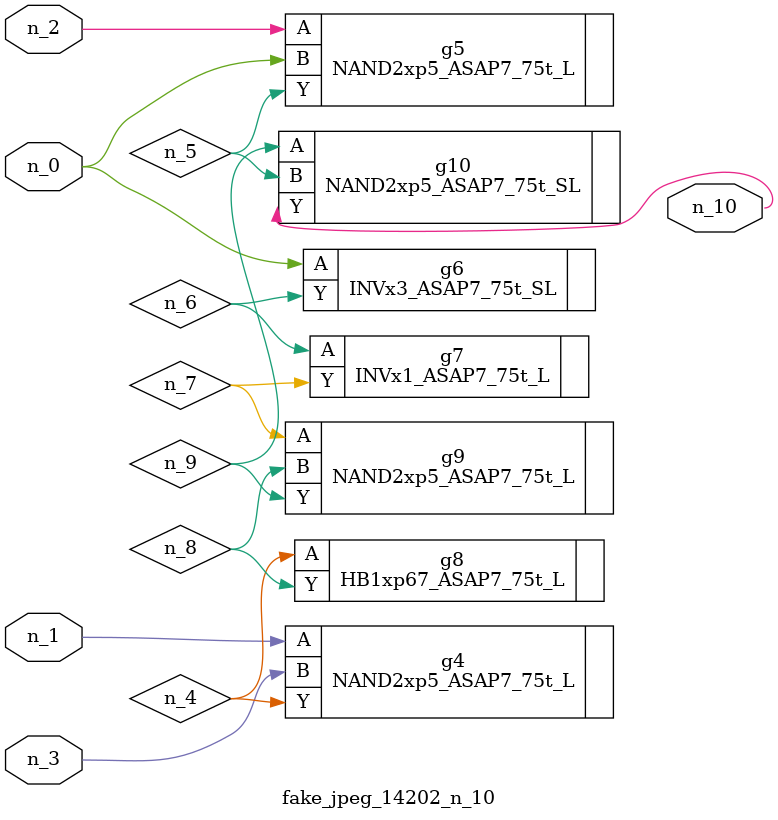
<source format=v>
module fake_jpeg_14202_n_10 (n_0, n_3, n_2, n_1, n_10);

input n_0;
input n_3;
input n_2;
input n_1;

output n_10;

wire n_4;
wire n_8;
wire n_9;
wire n_6;
wire n_5;
wire n_7;

NAND2xp5_ASAP7_75t_L g4 ( 
.A(n_1),
.B(n_3),
.Y(n_4)
);

NAND2xp5_ASAP7_75t_L g5 ( 
.A(n_2),
.B(n_0),
.Y(n_5)
);

INVx3_ASAP7_75t_SL g6 ( 
.A(n_0),
.Y(n_6)
);

INVx1_ASAP7_75t_L g7 ( 
.A(n_6),
.Y(n_7)
);

NAND2xp5_ASAP7_75t_L g9 ( 
.A(n_7),
.B(n_8),
.Y(n_9)
);

HB1xp67_ASAP7_75t_L g8 ( 
.A(n_4),
.Y(n_8)
);

NAND2xp5_ASAP7_75t_SL g10 ( 
.A(n_9),
.B(n_5),
.Y(n_10)
);


endmodule
</source>
